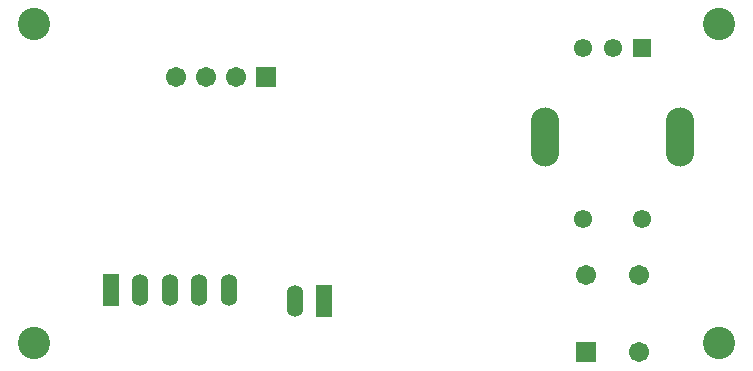
<source format=gbs>
G04*
G04 #@! TF.GenerationSoftware,Altium Limited,Altium Designer,20.2.6 (244)*
G04*
G04 Layer_Color=16711935*
%FSLAX25Y25*%
%MOIN*%
G70*
G04*
G04 #@! TF.SameCoordinates,29AB004D-2CC8-4C0B-A097-626F2230A58D*
G04*
G04*
G04 #@! TF.FilePolarity,Negative*
G04*
G01*
G75*
%ADD15C,0.06706*%
%ADD16R,0.06706X0.06706*%
%ADD17R,0.05524X0.10642*%
%ADD18O,0.05524X0.10642*%
%ADD19C,0.06102*%
%ADD20R,0.06102X0.06102*%
G04:AMPARAMS|DCode=21|XSize=94.49mil|YSize=196.85mil|CornerRadius=47.24mil|HoleSize=0mil|Usage=FLASHONLY|Rotation=180.000|XOffset=0mil|YOffset=0mil|HoleType=Round|Shape=RoundedRectangle|*
%AMROUNDEDRECTD21*
21,1,0.09449,0.10236,0,0,180.0*
21,1,0.00000,0.19685,0,0,180.0*
1,1,0.09449,0.00000,0.05118*
1,1,0.09449,0.00000,0.05118*
1,1,0.09449,0.00000,-0.05118*
1,1,0.09449,0.00000,-0.05118*
%
%ADD21ROUNDEDRECTD21*%
%ADD22C,0.10748*%
%ADD23R,0.06706X0.06706*%
D15*
X59055Y106299D02*
D03*
X69055D02*
D03*
X79055D02*
D03*
X213583Y14764D02*
D03*
Y40354D02*
D03*
X195866D02*
D03*
D16*
X89055Y106299D02*
D03*
D17*
X108600Y31900D02*
D03*
X37402Y35433D02*
D03*
D18*
X98757Y31900D02*
D03*
X76772Y35433D02*
D03*
X66929D02*
D03*
X57087D02*
D03*
X47244D02*
D03*
D19*
X214567Y59055D02*
D03*
X194882D02*
D03*
Y116142D02*
D03*
X204724D02*
D03*
D20*
X214567D02*
D03*
D21*
X227165Y86614D02*
D03*
X182283D02*
D03*
D22*
X11811Y124016D02*
D03*
X240157D02*
D03*
Y17717D02*
D03*
X11811D02*
D03*
D23*
X195866Y14764D02*
D03*
M02*

</source>
